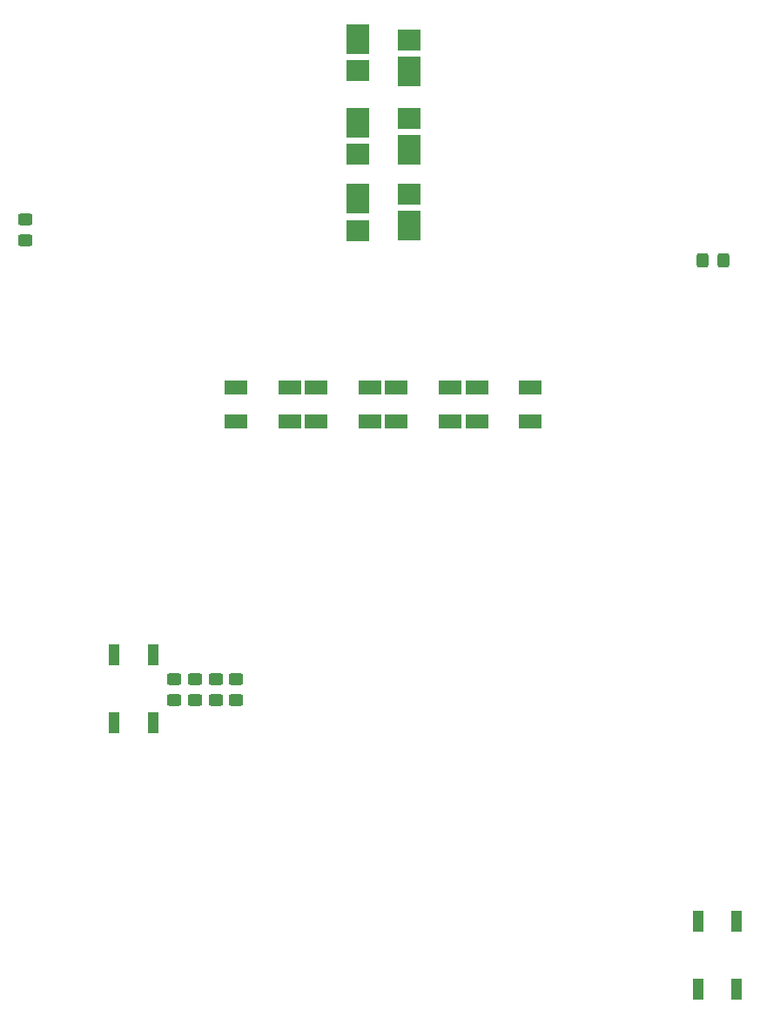
<source format=gbr>
%TF.GenerationSoftware,KiCad,Pcbnew,8.0.3*%
%TF.CreationDate,2024-08-25T19:37:56+02:00*%
%TF.ProjectId,labathome_pcb15,6c616261-7468-46f6-9d65-5f7063623135,rev?*%
%TF.SameCoordinates,Original*%
%TF.FileFunction,Paste,Top*%
%TF.FilePolarity,Positive*%
%FSLAX46Y46*%
G04 Gerber Fmt 4.6, Leading zero omitted, Abs format (unit mm)*
G04 Created by KiCad (PCBNEW 8.0.3) date 2024-08-25 19:37:56*
%MOMM*%
%LPD*%
G01*
G04 APERTURE LIST*
G04 Aperture macros list*
%AMRoundRect*
0 Rectangle with rounded corners*
0 $1 Rounding radius*
0 $2 $3 $4 $5 $6 $7 $8 $9 X,Y pos of 4 corners*
0 Add a 4 corners polygon primitive as box body*
4,1,4,$2,$3,$4,$5,$6,$7,$8,$9,$2,$3,0*
0 Add four circle primitives for the rounded corners*
1,1,$1+$1,$2,$3*
1,1,$1+$1,$4,$5*
1,1,$1+$1,$6,$7*
1,1,$1+$1,$8,$9*
0 Add four rect primitives between the rounded corners*
20,1,$1+$1,$2,$3,$4,$5,0*
20,1,$1+$1,$4,$5,$6,$7,0*
20,1,$1+$1,$6,$7,$8,$9,0*
20,1,$1+$1,$8,$9,$2,$3,0*%
G04 Aperture macros list end*
%ADD10R,1.000000X2.000000*%
%ADD11R,2.200000X1.400000*%
%ADD12RoundRect,0.250000X0.450000X-0.325000X0.450000X0.325000X-0.450000X0.325000X-0.450000X-0.325000X0*%
%ADD13RoundRect,0.250000X-0.450000X0.325000X-0.450000X-0.325000X0.450000X-0.325000X0.450000X0.325000X0*%
%ADD14R,2.200000X3.000000*%
%ADD15R,2.200000X2.000000*%
%ADD16RoundRect,0.250000X0.325000X0.450000X-0.325000X0.450000X-0.325000X-0.450000X0.325000X-0.450000X0*%
G04 APERTURE END LIST*
D10*
%TO.C,SW5*%
X123800000Y-122600000D03*
X123800000Y-116000000D03*
X127600000Y-122600000D03*
X127600000Y-116000000D03*
%TD*%
D11*
%TO.C,D15*%
X159100000Y-90050000D03*
X159100000Y-93350000D03*
X164300000Y-93350000D03*
X164300000Y-90050000D03*
%TD*%
D12*
%TO.C,D19*%
X115200000Y-75725000D03*
X115200000Y-73675000D03*
%TD*%
%TO.C,D1*%
X129700000Y-120425000D03*
X129700000Y-118375000D03*
%TD*%
D13*
%TO.C,D6*%
X135700000Y-118375000D03*
X135700000Y-120425000D03*
%TD*%
D11*
%TO.C,D17*%
X143500000Y-90050000D03*
X143500000Y-93350000D03*
X148700000Y-93350000D03*
X148700000Y-90050000D03*
%TD*%
D14*
%TO.C,D8*%
X152500000Y-66900000D03*
D15*
X152500000Y-63850000D03*
%TD*%
D11*
%TO.C,D16*%
X151300000Y-90050000D03*
X151300000Y-93350000D03*
X156500000Y-93350000D03*
X156500000Y-90050000D03*
%TD*%
D14*
%TO.C,D9*%
X152500000Y-74300000D03*
D15*
X152500000Y-71250000D03*
%TD*%
D10*
%TO.C,SW1*%
X180600000Y-148550000D03*
X180600000Y-141950000D03*
X184400000Y-148550000D03*
X184400000Y-141950000D03*
%TD*%
D12*
%TO.C,D5*%
X133700000Y-120425000D03*
X133700000Y-118375000D03*
%TD*%
D13*
%TO.C,D4*%
X131700000Y-118375000D03*
X131700000Y-120425000D03*
%TD*%
D14*
%TO.C,D10*%
X147500000Y-71700000D03*
D15*
X147500000Y-74750000D03*
%TD*%
D11*
%TO.C,D18*%
X135700000Y-90050000D03*
X135700000Y-93350000D03*
X140900000Y-93350000D03*
X140900000Y-90050000D03*
%TD*%
D16*
%TO.C,D14*%
X183125000Y-77700000D03*
X181075000Y-77700000D03*
%TD*%
D14*
%TO.C,D12*%
X147500000Y-56200000D03*
D15*
X147500000Y-59250000D03*
%TD*%
D14*
%TO.C,D11*%
X147500000Y-64300000D03*
D15*
X147500000Y-67350000D03*
%TD*%
D14*
%TO.C,D7*%
X152500000Y-59300000D03*
D15*
X152500000Y-56250000D03*
%TD*%
M02*

</source>
